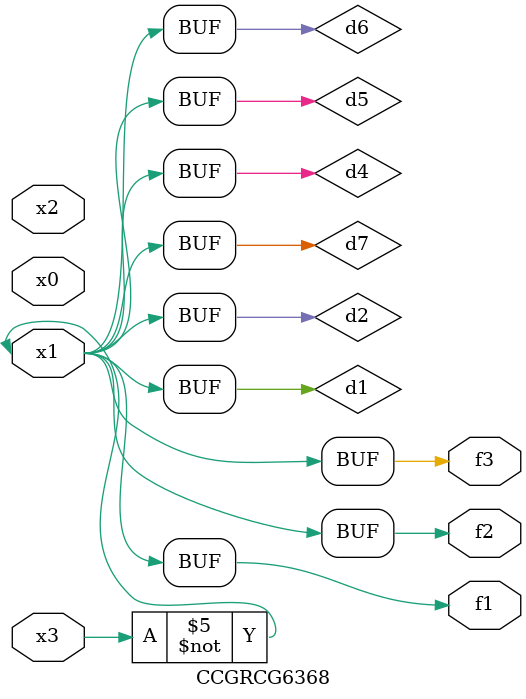
<source format=v>
module CCGRCG6368(
	input x0, x1, x2, x3,
	output f1, f2, f3
);

	wire d1, d2, d3, d4, d5, d6, d7;

	not (d1, x3);
	buf (d2, x1);
	xnor (d3, d1, d2);
	nor (d4, d1);
	buf (d5, d1, d2);
	buf (d6, d4, d5);
	nand (d7, d4);
	assign f1 = d6;
	assign f2 = d7;
	assign f3 = d6;
endmodule

</source>
